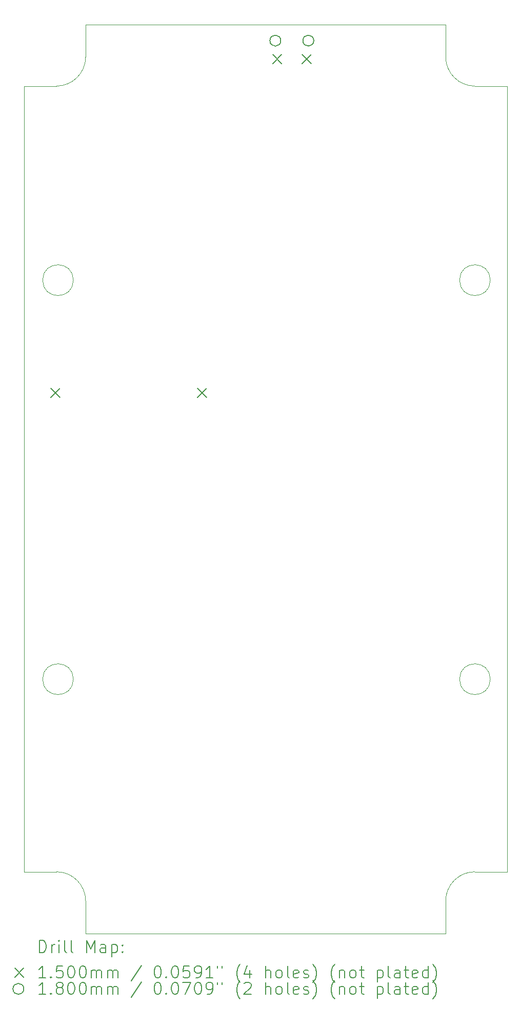
<source format=gbr>
%FSLAX45Y45*%
G04 Gerber Fmt 4.5, Leading zero omitted, Abs format (unit mm)*
G04 Created by KiCad (PCBNEW 6.0.2+dfsg-1) date 2022-11-10 09:56:29*
%MOMM*%
%LPD*%
G01*
G04 APERTURE LIST*
%TA.AperFunction,Profile*%
%ADD10C,0.100000*%
%TD*%
%ADD11C,0.200000*%
%ADD12C,0.150000*%
%ADD13C,0.180000*%
G04 APERTURE END LIST*
D10*
X8991600Y-15519400D02*
X9525000Y-15519400D01*
X2082800Y-2565400D02*
G75*
G03*
X2565400Y-2082800I0J482600D01*
G01*
X2565400Y-2082800D02*
X2565400Y-1549400D01*
X2565400Y-1549400D02*
X8509000Y-1549400D01*
X2565400Y-16535400D02*
X8509000Y-16535400D01*
X8991600Y-15519400D02*
G75*
G03*
X8509000Y-16002000I0J-482600D01*
G01*
X2362200Y-12344400D02*
G75*
G03*
X2362200Y-12344400I-254000J0D01*
G01*
X9245600Y-5765800D02*
G75*
G03*
X9245600Y-5765800I-254000J0D01*
G01*
X2082800Y-2565400D02*
X1549400Y-2565400D01*
X2565400Y-16002000D02*
X2565400Y-16535400D01*
X8509000Y-2082800D02*
X8509000Y-1549400D01*
X9245600Y-12344400D02*
G75*
G03*
X9245600Y-12344400I-254000J0D01*
G01*
X8509000Y-2082800D02*
G75*
G03*
X8991600Y-2565400I482600J0D01*
G01*
X9525000Y-15519400D02*
X9525000Y-2565400D01*
X2362200Y-5765800D02*
G75*
G03*
X2362200Y-5765800I-254000J0D01*
G01*
X8509000Y-16002000D02*
X8509000Y-16535400D01*
X1549400Y-2565400D02*
X1549400Y-15519400D01*
X8991600Y-2565400D02*
X9525000Y-2565400D01*
X2082800Y-15519400D02*
X1549400Y-15519400D01*
X2565400Y-16002000D02*
G75*
G03*
X2082800Y-15519400I-482600J0D01*
G01*
D11*
D12*
X1991600Y-7548400D02*
X2141600Y-7698400D01*
X2141600Y-7548400D02*
X1991600Y-7698400D01*
X4411600Y-7548400D02*
X4561600Y-7698400D01*
X4561600Y-7548400D02*
X4411600Y-7698400D01*
X5651500Y-2044400D02*
X5801500Y-2194400D01*
X5801500Y-2044400D02*
X5651500Y-2194400D01*
X6136500Y-2044400D02*
X6286500Y-2194400D01*
X6286500Y-2044400D02*
X6136500Y-2194400D01*
D13*
X5786500Y-1816400D02*
G75*
G03*
X5786500Y-1816400I-90000J0D01*
G01*
X6331500Y-1816400D02*
G75*
G03*
X6331500Y-1816400I-90000J0D01*
G01*
D11*
X1802019Y-16850876D02*
X1802019Y-16650876D01*
X1849638Y-16650876D01*
X1878209Y-16660400D01*
X1897257Y-16679448D01*
X1906781Y-16698495D01*
X1916305Y-16736590D01*
X1916305Y-16765162D01*
X1906781Y-16803257D01*
X1897257Y-16822305D01*
X1878209Y-16841352D01*
X1849638Y-16850876D01*
X1802019Y-16850876D01*
X2002019Y-16850876D02*
X2002019Y-16717543D01*
X2002019Y-16755638D02*
X2011543Y-16736590D01*
X2021067Y-16727067D01*
X2040114Y-16717543D01*
X2059162Y-16717543D01*
X2125829Y-16850876D02*
X2125829Y-16717543D01*
X2125829Y-16650876D02*
X2116305Y-16660400D01*
X2125829Y-16669924D01*
X2135352Y-16660400D01*
X2125829Y-16650876D01*
X2125829Y-16669924D01*
X2249638Y-16850876D02*
X2230590Y-16841352D01*
X2221067Y-16822305D01*
X2221067Y-16650876D01*
X2354400Y-16850876D02*
X2335352Y-16841352D01*
X2325829Y-16822305D01*
X2325829Y-16650876D01*
X2582971Y-16850876D02*
X2582971Y-16650876D01*
X2649638Y-16793733D01*
X2716305Y-16650876D01*
X2716305Y-16850876D01*
X2897257Y-16850876D02*
X2897257Y-16746114D01*
X2887733Y-16727067D01*
X2868686Y-16717543D01*
X2830590Y-16717543D01*
X2811543Y-16727067D01*
X2897257Y-16841352D02*
X2878209Y-16850876D01*
X2830590Y-16850876D01*
X2811543Y-16841352D01*
X2802019Y-16822305D01*
X2802019Y-16803257D01*
X2811543Y-16784210D01*
X2830590Y-16774686D01*
X2878209Y-16774686D01*
X2897257Y-16765162D01*
X2992495Y-16717543D02*
X2992495Y-16917543D01*
X2992495Y-16727067D02*
X3011543Y-16717543D01*
X3049638Y-16717543D01*
X3068686Y-16727067D01*
X3078209Y-16736590D01*
X3087733Y-16755638D01*
X3087733Y-16812781D01*
X3078209Y-16831829D01*
X3068686Y-16841352D01*
X3049638Y-16850876D01*
X3011543Y-16850876D01*
X2992495Y-16841352D01*
X3173448Y-16831829D02*
X3182971Y-16841352D01*
X3173448Y-16850876D01*
X3163924Y-16841352D01*
X3173448Y-16831829D01*
X3173448Y-16850876D01*
X3173448Y-16727067D02*
X3182971Y-16736590D01*
X3173448Y-16746114D01*
X3163924Y-16736590D01*
X3173448Y-16727067D01*
X3173448Y-16746114D01*
D12*
X1394400Y-17105400D02*
X1544400Y-17255400D01*
X1544400Y-17105400D02*
X1394400Y-17255400D01*
D11*
X1906781Y-17270876D02*
X1792495Y-17270876D01*
X1849638Y-17270876D02*
X1849638Y-17070876D01*
X1830590Y-17099448D01*
X1811543Y-17118495D01*
X1792495Y-17128019D01*
X1992495Y-17251829D02*
X2002019Y-17261352D01*
X1992495Y-17270876D01*
X1982971Y-17261352D01*
X1992495Y-17251829D01*
X1992495Y-17270876D01*
X2182971Y-17070876D02*
X2087733Y-17070876D01*
X2078209Y-17166114D01*
X2087733Y-17156590D01*
X2106781Y-17147067D01*
X2154400Y-17147067D01*
X2173448Y-17156590D01*
X2182971Y-17166114D01*
X2192495Y-17185162D01*
X2192495Y-17232781D01*
X2182971Y-17251829D01*
X2173448Y-17261352D01*
X2154400Y-17270876D01*
X2106781Y-17270876D01*
X2087733Y-17261352D01*
X2078209Y-17251829D01*
X2316305Y-17070876D02*
X2335352Y-17070876D01*
X2354400Y-17080400D01*
X2363924Y-17089924D01*
X2373448Y-17108971D01*
X2382971Y-17147067D01*
X2382971Y-17194686D01*
X2373448Y-17232781D01*
X2363924Y-17251829D01*
X2354400Y-17261352D01*
X2335352Y-17270876D01*
X2316305Y-17270876D01*
X2297257Y-17261352D01*
X2287733Y-17251829D01*
X2278210Y-17232781D01*
X2268686Y-17194686D01*
X2268686Y-17147067D01*
X2278210Y-17108971D01*
X2287733Y-17089924D01*
X2297257Y-17080400D01*
X2316305Y-17070876D01*
X2506781Y-17070876D02*
X2525829Y-17070876D01*
X2544876Y-17080400D01*
X2554400Y-17089924D01*
X2563924Y-17108971D01*
X2573448Y-17147067D01*
X2573448Y-17194686D01*
X2563924Y-17232781D01*
X2554400Y-17251829D01*
X2544876Y-17261352D01*
X2525829Y-17270876D01*
X2506781Y-17270876D01*
X2487733Y-17261352D01*
X2478210Y-17251829D01*
X2468686Y-17232781D01*
X2459162Y-17194686D01*
X2459162Y-17147067D01*
X2468686Y-17108971D01*
X2478210Y-17089924D01*
X2487733Y-17080400D01*
X2506781Y-17070876D01*
X2659162Y-17270876D02*
X2659162Y-17137543D01*
X2659162Y-17156590D02*
X2668686Y-17147067D01*
X2687733Y-17137543D01*
X2716305Y-17137543D01*
X2735352Y-17147067D01*
X2744876Y-17166114D01*
X2744876Y-17270876D01*
X2744876Y-17166114D02*
X2754400Y-17147067D01*
X2773448Y-17137543D01*
X2802019Y-17137543D01*
X2821067Y-17147067D01*
X2830590Y-17166114D01*
X2830590Y-17270876D01*
X2925828Y-17270876D02*
X2925828Y-17137543D01*
X2925828Y-17156590D02*
X2935352Y-17147067D01*
X2954400Y-17137543D01*
X2982971Y-17137543D01*
X3002019Y-17147067D01*
X3011543Y-17166114D01*
X3011543Y-17270876D01*
X3011543Y-17166114D02*
X3021067Y-17147067D01*
X3040114Y-17137543D01*
X3068686Y-17137543D01*
X3087733Y-17147067D01*
X3097257Y-17166114D01*
X3097257Y-17270876D01*
X3487733Y-17061352D02*
X3316305Y-17318495D01*
X3744876Y-17070876D02*
X3763924Y-17070876D01*
X3782971Y-17080400D01*
X3792495Y-17089924D01*
X3802019Y-17108971D01*
X3811543Y-17147067D01*
X3811543Y-17194686D01*
X3802019Y-17232781D01*
X3792495Y-17251829D01*
X3782971Y-17261352D01*
X3763924Y-17270876D01*
X3744876Y-17270876D01*
X3725828Y-17261352D01*
X3716305Y-17251829D01*
X3706781Y-17232781D01*
X3697257Y-17194686D01*
X3697257Y-17147067D01*
X3706781Y-17108971D01*
X3716305Y-17089924D01*
X3725828Y-17080400D01*
X3744876Y-17070876D01*
X3897257Y-17251829D02*
X3906781Y-17261352D01*
X3897257Y-17270876D01*
X3887733Y-17261352D01*
X3897257Y-17251829D01*
X3897257Y-17270876D01*
X4030590Y-17070876D02*
X4049638Y-17070876D01*
X4068686Y-17080400D01*
X4078209Y-17089924D01*
X4087733Y-17108971D01*
X4097257Y-17147067D01*
X4097257Y-17194686D01*
X4087733Y-17232781D01*
X4078209Y-17251829D01*
X4068686Y-17261352D01*
X4049638Y-17270876D01*
X4030590Y-17270876D01*
X4011543Y-17261352D01*
X4002019Y-17251829D01*
X3992495Y-17232781D01*
X3982971Y-17194686D01*
X3982971Y-17147067D01*
X3992495Y-17108971D01*
X4002019Y-17089924D01*
X4011543Y-17080400D01*
X4030590Y-17070876D01*
X4278210Y-17070876D02*
X4182971Y-17070876D01*
X4173448Y-17166114D01*
X4182971Y-17156590D01*
X4202019Y-17147067D01*
X4249638Y-17147067D01*
X4268686Y-17156590D01*
X4278210Y-17166114D01*
X4287733Y-17185162D01*
X4287733Y-17232781D01*
X4278210Y-17251829D01*
X4268686Y-17261352D01*
X4249638Y-17270876D01*
X4202019Y-17270876D01*
X4182971Y-17261352D01*
X4173448Y-17251829D01*
X4382971Y-17270876D02*
X4421067Y-17270876D01*
X4440114Y-17261352D01*
X4449638Y-17251829D01*
X4468686Y-17223257D01*
X4478210Y-17185162D01*
X4478210Y-17108971D01*
X4468686Y-17089924D01*
X4459162Y-17080400D01*
X4440114Y-17070876D01*
X4402019Y-17070876D01*
X4382971Y-17080400D01*
X4373448Y-17089924D01*
X4363924Y-17108971D01*
X4363924Y-17156590D01*
X4373448Y-17175638D01*
X4382971Y-17185162D01*
X4402019Y-17194686D01*
X4440114Y-17194686D01*
X4459162Y-17185162D01*
X4468686Y-17175638D01*
X4478210Y-17156590D01*
X4668686Y-17270876D02*
X4554400Y-17270876D01*
X4611543Y-17270876D02*
X4611543Y-17070876D01*
X4592495Y-17099448D01*
X4573448Y-17118495D01*
X4554400Y-17128019D01*
X4744876Y-17070876D02*
X4744876Y-17108971D01*
X4821067Y-17070876D02*
X4821067Y-17108971D01*
X5116305Y-17347067D02*
X5106781Y-17337543D01*
X5087733Y-17308971D01*
X5078210Y-17289924D01*
X5068686Y-17261352D01*
X5059162Y-17213733D01*
X5059162Y-17175638D01*
X5068686Y-17128019D01*
X5078210Y-17099448D01*
X5087733Y-17080400D01*
X5106781Y-17051829D01*
X5116305Y-17042305D01*
X5278210Y-17137543D02*
X5278210Y-17270876D01*
X5230590Y-17061352D02*
X5182971Y-17204210D01*
X5306781Y-17204210D01*
X5535352Y-17270876D02*
X5535352Y-17070876D01*
X5621067Y-17270876D02*
X5621067Y-17166114D01*
X5611543Y-17147067D01*
X5592495Y-17137543D01*
X5563924Y-17137543D01*
X5544876Y-17147067D01*
X5535352Y-17156590D01*
X5744876Y-17270876D02*
X5725828Y-17261352D01*
X5716305Y-17251829D01*
X5706781Y-17232781D01*
X5706781Y-17175638D01*
X5716305Y-17156590D01*
X5725828Y-17147067D01*
X5744876Y-17137543D01*
X5773448Y-17137543D01*
X5792495Y-17147067D01*
X5802019Y-17156590D01*
X5811543Y-17175638D01*
X5811543Y-17232781D01*
X5802019Y-17251829D01*
X5792495Y-17261352D01*
X5773448Y-17270876D01*
X5744876Y-17270876D01*
X5925828Y-17270876D02*
X5906781Y-17261352D01*
X5897257Y-17242305D01*
X5897257Y-17070876D01*
X6078209Y-17261352D02*
X6059162Y-17270876D01*
X6021067Y-17270876D01*
X6002019Y-17261352D01*
X5992495Y-17242305D01*
X5992495Y-17166114D01*
X6002019Y-17147067D01*
X6021067Y-17137543D01*
X6059162Y-17137543D01*
X6078209Y-17147067D01*
X6087733Y-17166114D01*
X6087733Y-17185162D01*
X5992495Y-17204210D01*
X6163924Y-17261352D02*
X6182971Y-17270876D01*
X6221067Y-17270876D01*
X6240114Y-17261352D01*
X6249638Y-17242305D01*
X6249638Y-17232781D01*
X6240114Y-17213733D01*
X6221067Y-17204210D01*
X6192495Y-17204210D01*
X6173448Y-17194686D01*
X6163924Y-17175638D01*
X6163924Y-17166114D01*
X6173448Y-17147067D01*
X6192495Y-17137543D01*
X6221067Y-17137543D01*
X6240114Y-17147067D01*
X6316305Y-17347067D02*
X6325828Y-17337543D01*
X6344876Y-17308971D01*
X6354400Y-17289924D01*
X6363924Y-17261352D01*
X6373448Y-17213733D01*
X6373448Y-17175638D01*
X6363924Y-17128019D01*
X6354400Y-17099448D01*
X6344876Y-17080400D01*
X6325828Y-17051829D01*
X6316305Y-17042305D01*
X6678209Y-17347067D02*
X6668686Y-17337543D01*
X6649638Y-17308971D01*
X6640114Y-17289924D01*
X6630590Y-17261352D01*
X6621067Y-17213733D01*
X6621067Y-17175638D01*
X6630590Y-17128019D01*
X6640114Y-17099448D01*
X6649638Y-17080400D01*
X6668686Y-17051829D01*
X6678209Y-17042305D01*
X6754400Y-17137543D02*
X6754400Y-17270876D01*
X6754400Y-17156590D02*
X6763924Y-17147067D01*
X6782971Y-17137543D01*
X6811543Y-17137543D01*
X6830590Y-17147067D01*
X6840114Y-17166114D01*
X6840114Y-17270876D01*
X6963924Y-17270876D02*
X6944876Y-17261352D01*
X6935352Y-17251829D01*
X6925828Y-17232781D01*
X6925828Y-17175638D01*
X6935352Y-17156590D01*
X6944876Y-17147067D01*
X6963924Y-17137543D01*
X6992495Y-17137543D01*
X7011543Y-17147067D01*
X7021067Y-17156590D01*
X7030590Y-17175638D01*
X7030590Y-17232781D01*
X7021067Y-17251829D01*
X7011543Y-17261352D01*
X6992495Y-17270876D01*
X6963924Y-17270876D01*
X7087733Y-17137543D02*
X7163924Y-17137543D01*
X7116305Y-17070876D02*
X7116305Y-17242305D01*
X7125828Y-17261352D01*
X7144876Y-17270876D01*
X7163924Y-17270876D01*
X7382971Y-17137543D02*
X7382971Y-17337543D01*
X7382971Y-17147067D02*
X7402019Y-17137543D01*
X7440114Y-17137543D01*
X7459162Y-17147067D01*
X7468686Y-17156590D01*
X7478209Y-17175638D01*
X7478209Y-17232781D01*
X7468686Y-17251829D01*
X7459162Y-17261352D01*
X7440114Y-17270876D01*
X7402019Y-17270876D01*
X7382971Y-17261352D01*
X7592495Y-17270876D02*
X7573448Y-17261352D01*
X7563924Y-17242305D01*
X7563924Y-17070876D01*
X7754400Y-17270876D02*
X7754400Y-17166114D01*
X7744876Y-17147067D01*
X7725828Y-17137543D01*
X7687733Y-17137543D01*
X7668686Y-17147067D01*
X7754400Y-17261352D02*
X7735352Y-17270876D01*
X7687733Y-17270876D01*
X7668686Y-17261352D01*
X7659162Y-17242305D01*
X7659162Y-17223257D01*
X7668686Y-17204210D01*
X7687733Y-17194686D01*
X7735352Y-17194686D01*
X7754400Y-17185162D01*
X7821067Y-17137543D02*
X7897257Y-17137543D01*
X7849638Y-17070876D02*
X7849638Y-17242305D01*
X7859162Y-17261352D01*
X7878209Y-17270876D01*
X7897257Y-17270876D01*
X8040114Y-17261352D02*
X8021067Y-17270876D01*
X7982971Y-17270876D01*
X7963924Y-17261352D01*
X7954400Y-17242305D01*
X7954400Y-17166114D01*
X7963924Y-17147067D01*
X7982971Y-17137543D01*
X8021067Y-17137543D01*
X8040114Y-17147067D01*
X8049638Y-17166114D01*
X8049638Y-17185162D01*
X7954400Y-17204210D01*
X8221067Y-17270876D02*
X8221067Y-17070876D01*
X8221067Y-17261352D02*
X8202019Y-17270876D01*
X8163924Y-17270876D01*
X8144876Y-17261352D01*
X8135352Y-17251829D01*
X8125828Y-17232781D01*
X8125828Y-17175638D01*
X8135352Y-17156590D01*
X8144876Y-17147067D01*
X8163924Y-17137543D01*
X8202019Y-17137543D01*
X8221067Y-17147067D01*
X8297257Y-17347067D02*
X8306781Y-17337543D01*
X8325828Y-17308971D01*
X8335352Y-17289924D01*
X8344876Y-17261352D01*
X8354400Y-17213733D01*
X8354400Y-17175638D01*
X8344876Y-17128019D01*
X8335352Y-17099448D01*
X8325828Y-17080400D01*
X8306781Y-17051829D01*
X8297257Y-17042305D01*
D13*
X1544400Y-17450400D02*
G75*
G03*
X1544400Y-17450400I-90000J0D01*
G01*
D11*
X1906781Y-17540876D02*
X1792495Y-17540876D01*
X1849638Y-17540876D02*
X1849638Y-17340876D01*
X1830590Y-17369448D01*
X1811543Y-17388495D01*
X1792495Y-17398019D01*
X1992495Y-17521829D02*
X2002019Y-17531352D01*
X1992495Y-17540876D01*
X1982971Y-17531352D01*
X1992495Y-17521829D01*
X1992495Y-17540876D01*
X2116305Y-17426590D02*
X2097257Y-17417067D01*
X2087733Y-17407543D01*
X2078209Y-17388495D01*
X2078209Y-17378971D01*
X2087733Y-17359924D01*
X2097257Y-17350400D01*
X2116305Y-17340876D01*
X2154400Y-17340876D01*
X2173448Y-17350400D01*
X2182971Y-17359924D01*
X2192495Y-17378971D01*
X2192495Y-17388495D01*
X2182971Y-17407543D01*
X2173448Y-17417067D01*
X2154400Y-17426590D01*
X2116305Y-17426590D01*
X2097257Y-17436114D01*
X2087733Y-17445638D01*
X2078209Y-17464686D01*
X2078209Y-17502781D01*
X2087733Y-17521829D01*
X2097257Y-17531352D01*
X2116305Y-17540876D01*
X2154400Y-17540876D01*
X2173448Y-17531352D01*
X2182971Y-17521829D01*
X2192495Y-17502781D01*
X2192495Y-17464686D01*
X2182971Y-17445638D01*
X2173448Y-17436114D01*
X2154400Y-17426590D01*
X2316305Y-17340876D02*
X2335352Y-17340876D01*
X2354400Y-17350400D01*
X2363924Y-17359924D01*
X2373448Y-17378971D01*
X2382971Y-17417067D01*
X2382971Y-17464686D01*
X2373448Y-17502781D01*
X2363924Y-17521829D01*
X2354400Y-17531352D01*
X2335352Y-17540876D01*
X2316305Y-17540876D01*
X2297257Y-17531352D01*
X2287733Y-17521829D01*
X2278210Y-17502781D01*
X2268686Y-17464686D01*
X2268686Y-17417067D01*
X2278210Y-17378971D01*
X2287733Y-17359924D01*
X2297257Y-17350400D01*
X2316305Y-17340876D01*
X2506781Y-17340876D02*
X2525829Y-17340876D01*
X2544876Y-17350400D01*
X2554400Y-17359924D01*
X2563924Y-17378971D01*
X2573448Y-17417067D01*
X2573448Y-17464686D01*
X2563924Y-17502781D01*
X2554400Y-17521829D01*
X2544876Y-17531352D01*
X2525829Y-17540876D01*
X2506781Y-17540876D01*
X2487733Y-17531352D01*
X2478210Y-17521829D01*
X2468686Y-17502781D01*
X2459162Y-17464686D01*
X2459162Y-17417067D01*
X2468686Y-17378971D01*
X2478210Y-17359924D01*
X2487733Y-17350400D01*
X2506781Y-17340876D01*
X2659162Y-17540876D02*
X2659162Y-17407543D01*
X2659162Y-17426590D02*
X2668686Y-17417067D01*
X2687733Y-17407543D01*
X2716305Y-17407543D01*
X2735352Y-17417067D01*
X2744876Y-17436114D01*
X2744876Y-17540876D01*
X2744876Y-17436114D02*
X2754400Y-17417067D01*
X2773448Y-17407543D01*
X2802019Y-17407543D01*
X2821067Y-17417067D01*
X2830590Y-17436114D01*
X2830590Y-17540876D01*
X2925828Y-17540876D02*
X2925828Y-17407543D01*
X2925828Y-17426590D02*
X2935352Y-17417067D01*
X2954400Y-17407543D01*
X2982971Y-17407543D01*
X3002019Y-17417067D01*
X3011543Y-17436114D01*
X3011543Y-17540876D01*
X3011543Y-17436114D02*
X3021067Y-17417067D01*
X3040114Y-17407543D01*
X3068686Y-17407543D01*
X3087733Y-17417067D01*
X3097257Y-17436114D01*
X3097257Y-17540876D01*
X3487733Y-17331352D02*
X3316305Y-17588495D01*
X3744876Y-17340876D02*
X3763924Y-17340876D01*
X3782971Y-17350400D01*
X3792495Y-17359924D01*
X3802019Y-17378971D01*
X3811543Y-17417067D01*
X3811543Y-17464686D01*
X3802019Y-17502781D01*
X3792495Y-17521829D01*
X3782971Y-17531352D01*
X3763924Y-17540876D01*
X3744876Y-17540876D01*
X3725828Y-17531352D01*
X3716305Y-17521829D01*
X3706781Y-17502781D01*
X3697257Y-17464686D01*
X3697257Y-17417067D01*
X3706781Y-17378971D01*
X3716305Y-17359924D01*
X3725828Y-17350400D01*
X3744876Y-17340876D01*
X3897257Y-17521829D02*
X3906781Y-17531352D01*
X3897257Y-17540876D01*
X3887733Y-17531352D01*
X3897257Y-17521829D01*
X3897257Y-17540876D01*
X4030590Y-17340876D02*
X4049638Y-17340876D01*
X4068686Y-17350400D01*
X4078209Y-17359924D01*
X4087733Y-17378971D01*
X4097257Y-17417067D01*
X4097257Y-17464686D01*
X4087733Y-17502781D01*
X4078209Y-17521829D01*
X4068686Y-17531352D01*
X4049638Y-17540876D01*
X4030590Y-17540876D01*
X4011543Y-17531352D01*
X4002019Y-17521829D01*
X3992495Y-17502781D01*
X3982971Y-17464686D01*
X3982971Y-17417067D01*
X3992495Y-17378971D01*
X4002019Y-17359924D01*
X4011543Y-17350400D01*
X4030590Y-17340876D01*
X4163924Y-17340876D02*
X4297257Y-17340876D01*
X4211543Y-17540876D01*
X4411543Y-17340876D02*
X4430590Y-17340876D01*
X4449638Y-17350400D01*
X4459162Y-17359924D01*
X4468686Y-17378971D01*
X4478210Y-17417067D01*
X4478210Y-17464686D01*
X4468686Y-17502781D01*
X4459162Y-17521829D01*
X4449638Y-17531352D01*
X4430590Y-17540876D01*
X4411543Y-17540876D01*
X4392495Y-17531352D01*
X4382971Y-17521829D01*
X4373448Y-17502781D01*
X4363924Y-17464686D01*
X4363924Y-17417067D01*
X4373448Y-17378971D01*
X4382971Y-17359924D01*
X4392495Y-17350400D01*
X4411543Y-17340876D01*
X4573448Y-17540876D02*
X4611543Y-17540876D01*
X4630590Y-17531352D01*
X4640114Y-17521829D01*
X4659162Y-17493257D01*
X4668686Y-17455162D01*
X4668686Y-17378971D01*
X4659162Y-17359924D01*
X4649638Y-17350400D01*
X4630590Y-17340876D01*
X4592495Y-17340876D01*
X4573448Y-17350400D01*
X4563924Y-17359924D01*
X4554400Y-17378971D01*
X4554400Y-17426590D01*
X4563924Y-17445638D01*
X4573448Y-17455162D01*
X4592495Y-17464686D01*
X4630590Y-17464686D01*
X4649638Y-17455162D01*
X4659162Y-17445638D01*
X4668686Y-17426590D01*
X4744876Y-17340876D02*
X4744876Y-17378971D01*
X4821067Y-17340876D02*
X4821067Y-17378971D01*
X5116305Y-17617067D02*
X5106781Y-17607543D01*
X5087733Y-17578971D01*
X5078210Y-17559924D01*
X5068686Y-17531352D01*
X5059162Y-17483733D01*
X5059162Y-17445638D01*
X5068686Y-17398019D01*
X5078210Y-17369448D01*
X5087733Y-17350400D01*
X5106781Y-17321829D01*
X5116305Y-17312305D01*
X5182971Y-17359924D02*
X5192495Y-17350400D01*
X5211543Y-17340876D01*
X5259162Y-17340876D01*
X5278210Y-17350400D01*
X5287733Y-17359924D01*
X5297257Y-17378971D01*
X5297257Y-17398019D01*
X5287733Y-17426590D01*
X5173448Y-17540876D01*
X5297257Y-17540876D01*
X5535352Y-17540876D02*
X5535352Y-17340876D01*
X5621067Y-17540876D02*
X5621067Y-17436114D01*
X5611543Y-17417067D01*
X5592495Y-17407543D01*
X5563924Y-17407543D01*
X5544876Y-17417067D01*
X5535352Y-17426590D01*
X5744876Y-17540876D02*
X5725828Y-17531352D01*
X5716305Y-17521829D01*
X5706781Y-17502781D01*
X5706781Y-17445638D01*
X5716305Y-17426590D01*
X5725828Y-17417067D01*
X5744876Y-17407543D01*
X5773448Y-17407543D01*
X5792495Y-17417067D01*
X5802019Y-17426590D01*
X5811543Y-17445638D01*
X5811543Y-17502781D01*
X5802019Y-17521829D01*
X5792495Y-17531352D01*
X5773448Y-17540876D01*
X5744876Y-17540876D01*
X5925828Y-17540876D02*
X5906781Y-17531352D01*
X5897257Y-17512305D01*
X5897257Y-17340876D01*
X6078209Y-17531352D02*
X6059162Y-17540876D01*
X6021067Y-17540876D01*
X6002019Y-17531352D01*
X5992495Y-17512305D01*
X5992495Y-17436114D01*
X6002019Y-17417067D01*
X6021067Y-17407543D01*
X6059162Y-17407543D01*
X6078209Y-17417067D01*
X6087733Y-17436114D01*
X6087733Y-17455162D01*
X5992495Y-17474210D01*
X6163924Y-17531352D02*
X6182971Y-17540876D01*
X6221067Y-17540876D01*
X6240114Y-17531352D01*
X6249638Y-17512305D01*
X6249638Y-17502781D01*
X6240114Y-17483733D01*
X6221067Y-17474210D01*
X6192495Y-17474210D01*
X6173448Y-17464686D01*
X6163924Y-17445638D01*
X6163924Y-17436114D01*
X6173448Y-17417067D01*
X6192495Y-17407543D01*
X6221067Y-17407543D01*
X6240114Y-17417067D01*
X6316305Y-17617067D02*
X6325828Y-17607543D01*
X6344876Y-17578971D01*
X6354400Y-17559924D01*
X6363924Y-17531352D01*
X6373448Y-17483733D01*
X6373448Y-17445638D01*
X6363924Y-17398019D01*
X6354400Y-17369448D01*
X6344876Y-17350400D01*
X6325828Y-17321829D01*
X6316305Y-17312305D01*
X6678209Y-17617067D02*
X6668686Y-17607543D01*
X6649638Y-17578971D01*
X6640114Y-17559924D01*
X6630590Y-17531352D01*
X6621067Y-17483733D01*
X6621067Y-17445638D01*
X6630590Y-17398019D01*
X6640114Y-17369448D01*
X6649638Y-17350400D01*
X6668686Y-17321829D01*
X6678209Y-17312305D01*
X6754400Y-17407543D02*
X6754400Y-17540876D01*
X6754400Y-17426590D02*
X6763924Y-17417067D01*
X6782971Y-17407543D01*
X6811543Y-17407543D01*
X6830590Y-17417067D01*
X6840114Y-17436114D01*
X6840114Y-17540876D01*
X6963924Y-17540876D02*
X6944876Y-17531352D01*
X6935352Y-17521829D01*
X6925828Y-17502781D01*
X6925828Y-17445638D01*
X6935352Y-17426590D01*
X6944876Y-17417067D01*
X6963924Y-17407543D01*
X6992495Y-17407543D01*
X7011543Y-17417067D01*
X7021067Y-17426590D01*
X7030590Y-17445638D01*
X7030590Y-17502781D01*
X7021067Y-17521829D01*
X7011543Y-17531352D01*
X6992495Y-17540876D01*
X6963924Y-17540876D01*
X7087733Y-17407543D02*
X7163924Y-17407543D01*
X7116305Y-17340876D02*
X7116305Y-17512305D01*
X7125828Y-17531352D01*
X7144876Y-17540876D01*
X7163924Y-17540876D01*
X7382971Y-17407543D02*
X7382971Y-17607543D01*
X7382971Y-17417067D02*
X7402019Y-17407543D01*
X7440114Y-17407543D01*
X7459162Y-17417067D01*
X7468686Y-17426590D01*
X7478209Y-17445638D01*
X7478209Y-17502781D01*
X7468686Y-17521829D01*
X7459162Y-17531352D01*
X7440114Y-17540876D01*
X7402019Y-17540876D01*
X7382971Y-17531352D01*
X7592495Y-17540876D02*
X7573448Y-17531352D01*
X7563924Y-17512305D01*
X7563924Y-17340876D01*
X7754400Y-17540876D02*
X7754400Y-17436114D01*
X7744876Y-17417067D01*
X7725828Y-17407543D01*
X7687733Y-17407543D01*
X7668686Y-17417067D01*
X7754400Y-17531352D02*
X7735352Y-17540876D01*
X7687733Y-17540876D01*
X7668686Y-17531352D01*
X7659162Y-17512305D01*
X7659162Y-17493257D01*
X7668686Y-17474210D01*
X7687733Y-17464686D01*
X7735352Y-17464686D01*
X7754400Y-17455162D01*
X7821067Y-17407543D02*
X7897257Y-17407543D01*
X7849638Y-17340876D02*
X7849638Y-17512305D01*
X7859162Y-17531352D01*
X7878209Y-17540876D01*
X7897257Y-17540876D01*
X8040114Y-17531352D02*
X8021067Y-17540876D01*
X7982971Y-17540876D01*
X7963924Y-17531352D01*
X7954400Y-17512305D01*
X7954400Y-17436114D01*
X7963924Y-17417067D01*
X7982971Y-17407543D01*
X8021067Y-17407543D01*
X8040114Y-17417067D01*
X8049638Y-17436114D01*
X8049638Y-17455162D01*
X7954400Y-17474210D01*
X8221067Y-17540876D02*
X8221067Y-17340876D01*
X8221067Y-17531352D02*
X8202019Y-17540876D01*
X8163924Y-17540876D01*
X8144876Y-17531352D01*
X8135352Y-17521829D01*
X8125828Y-17502781D01*
X8125828Y-17445638D01*
X8135352Y-17426590D01*
X8144876Y-17417067D01*
X8163924Y-17407543D01*
X8202019Y-17407543D01*
X8221067Y-17417067D01*
X8297257Y-17617067D02*
X8306781Y-17607543D01*
X8325828Y-17578971D01*
X8335352Y-17559924D01*
X8344876Y-17531352D01*
X8354400Y-17483733D01*
X8354400Y-17445638D01*
X8344876Y-17398019D01*
X8335352Y-17369448D01*
X8325828Y-17350400D01*
X8306781Y-17321829D01*
X8297257Y-17312305D01*
M02*

</source>
